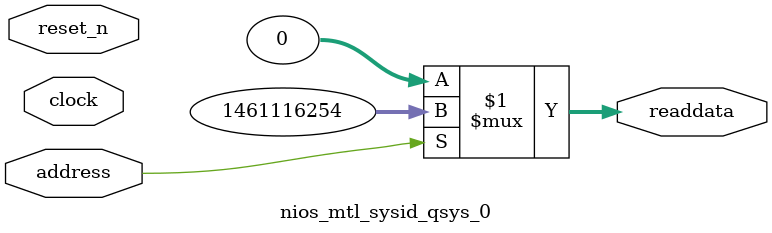
<source format=v>

`timescale 1ns / 1ps
// synthesis translate_on

// turn off superfluous verilog processor warnings 
// altera message_level Level1 
// altera message_off 10034 10035 10036 10037 10230 10240 10030 

module nios_mtl_sysid_qsys_0 (
               // inputs:
                address,
                clock,
                reset_n,

               // outputs:
                readdata
             )
;

  output  [ 31: 0] readdata;
  input            address;
  input            clock;
  input            reset_n;

  wire    [ 31: 0] readdata;
  //control_slave, which is an e_avalon_slave
  assign readdata = address ? 1461116254 : 0;

endmodule




</source>
